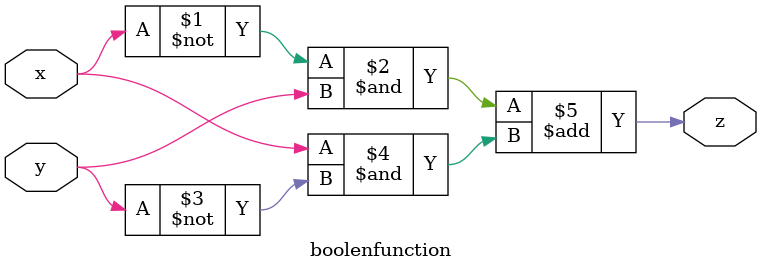
<source format=v>
module boolenfunction(x,y,z);

input x,y ;
output z;

assign z=((~x&y)+(x&~y));



endmodule

</source>
